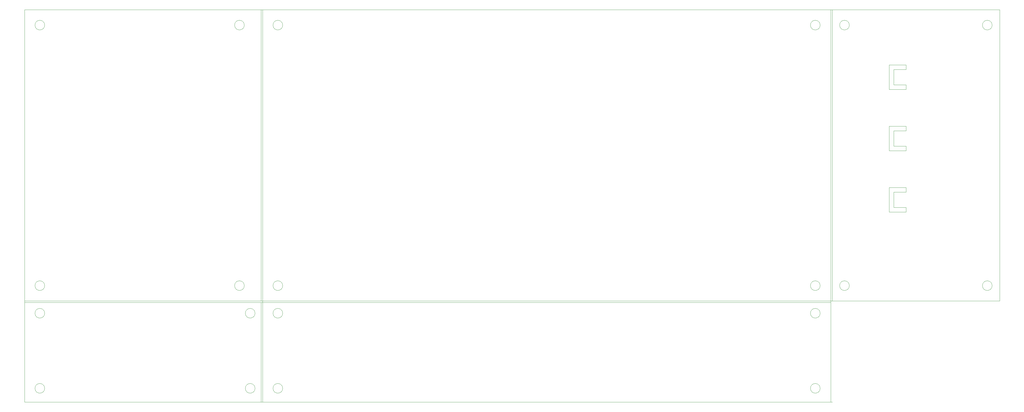
<source format=gbr>
%TF.GenerationSoftware,KiCad,Pcbnew,(5.1.12)-1*%
%TF.CreationDate,2022-04-06T16:59:54+05:30*%
%TF.ProjectId,Diet,44696574-2e6b-4696-9361-645f70636258,rev?*%
%TF.SameCoordinates,Original*%
%TF.FileFunction,Profile,NP*%
%FSLAX46Y46*%
G04 Gerber Fmt 4.6, Leading zero omitted, Abs format (unit mm)*
G04 Created by KiCad (PCBNEW (5.1.12)-1) date 2022-04-06 16:59:54*
%MOMM*%
%LPD*%
G01*
G04 APERTURE LIST*
%TA.AperFunction,Profile*%
%ADD10C,0.050000*%
%TD*%
G04 APERTURE END LIST*
D10*
X-44120000Y-163576000D02*
G75*
G03*
X-44120000Y-163576000I-1600000J0D01*
G01*
X-44120000Y-138684000D02*
G75*
G03*
X-44120000Y-138684000I-1600000J0D01*
G01*
X25476000Y-138684000D02*
G75*
G03*
X25476000Y-138684000I-1600000J0D01*
G01*
X25476000Y-163576000D02*
G75*
G03*
X25476000Y-163576000I-1600000J0D01*
G01*
X27432000Y-53340000D02*
X27432000Y-38100000D01*
X27432000Y-134112000D02*
X27432000Y-53340000D01*
X27432000Y-134620000D02*
X27432000Y-134112000D01*
X27432000Y-135128000D02*
X27432000Y-168148000D01*
X27940000Y-135128000D02*
X-50800000Y-135128000D01*
X216408000Y-168148000D02*
X215900000Y-168148000D01*
X-50800000Y-168148000D02*
X-50800000Y-167640000D01*
X27940000Y-168148000D02*
X-50800000Y-168148000D01*
X-50800000Y-134620000D02*
X-50800000Y-167640000D01*
X21920000Y-43180000D02*
G75*
G03*
X21920000Y-43180000I-1600000J0D01*
G01*
X21920000Y-43180000D02*
G75*
G03*
X21920000Y-43180000I-1600000J0D01*
G01*
X-44120000Y-43180000D02*
G75*
G03*
X-44120000Y-43180000I-1600000J0D01*
G01*
X-44120000Y-43180000D02*
G75*
G03*
X-44120000Y-43180000I-1600000J0D01*
G01*
X-44120000Y-129540000D02*
G75*
G03*
X-44120000Y-129540000I-1600000J0D01*
G01*
X-44120000Y-129540000D02*
G75*
G03*
X-44120000Y-129540000I-1600000J0D01*
G01*
X21920000Y-129540000D02*
G75*
G03*
X21920000Y-129540000I-1600000J0D01*
G01*
X21920000Y-129540000D02*
G75*
G03*
X21920000Y-129540000I-1600000J0D01*
G01*
X-50800000Y-134620000D02*
X27940000Y-134620000D01*
X-50800000Y-38100000D02*
X-50800000Y-134620000D01*
X27940000Y-38100000D02*
X-50800000Y-38100000D01*
X27940000Y-135128000D02*
X27940000Y-134620000D01*
X27940000Y-135128000D02*
X28448000Y-135128000D01*
X216408000Y-134620000D02*
X216408000Y-38100000D01*
X27940000Y-135128000D02*
X215900000Y-135128000D01*
X34620000Y-163576000D02*
G75*
G03*
X34620000Y-163576000I-1600000J0D01*
G01*
X34620000Y-138684000D02*
G75*
G03*
X34620000Y-138684000I-1600000J0D01*
G01*
X212420000Y-163576000D02*
G75*
G03*
X212420000Y-163576000I-1600000J0D01*
G01*
X212420000Y-138684000D02*
G75*
G03*
X212420000Y-138684000I-1600000J0D01*
G01*
X215900000Y-168148000D02*
X215900000Y-134620000D01*
X27940000Y-168148000D02*
X215900000Y-168148000D01*
X27940000Y-134620000D02*
X27940000Y-168148000D01*
X240792000Y-98552000D02*
X240792000Y-97028000D01*
X236728000Y-98552000D02*
X240792000Y-98552000D01*
X236728000Y-103632000D02*
X236728000Y-98552000D01*
X240792000Y-103632000D02*
X236728000Y-103632000D01*
X240792000Y-105156000D02*
X240792000Y-103632000D01*
X235204000Y-105156000D02*
X240792000Y-105156000D01*
X235204000Y-97028000D02*
X235204000Y-105156000D01*
X240792000Y-97028000D02*
X235204000Y-97028000D01*
X240792000Y-78232000D02*
X240792000Y-76708000D01*
X236728000Y-78232000D02*
X240792000Y-78232000D01*
X236728000Y-78740000D02*
X236728000Y-78232000D01*
X236728000Y-83312000D02*
X236728000Y-78740000D01*
X240792000Y-83312000D02*
X236728000Y-83312000D01*
X240792000Y-84836000D02*
X240792000Y-83312000D01*
X235204000Y-84836000D02*
X240792000Y-84836000D01*
X235204000Y-76708000D02*
X235204000Y-84836000D01*
X240792000Y-76708000D02*
X235204000Y-76708000D01*
X236728000Y-57912000D02*
X237236000Y-57912000D01*
X236728000Y-62992000D02*
X236728000Y-57912000D01*
X240792000Y-62992000D02*
X236728000Y-62992000D01*
X240792000Y-64516000D02*
X240792000Y-62992000D01*
X235204000Y-64516000D02*
X240792000Y-64516000D01*
X235204000Y-56388000D02*
X235204000Y-64516000D01*
X240792000Y-56388000D02*
X235204000Y-56388000D01*
X240792000Y-57912000D02*
X240792000Y-56388000D01*
X237236000Y-57912000D02*
X240792000Y-57912000D01*
X269316000Y-43180000D02*
G75*
G03*
X269316000Y-43180000I-1600000J0D01*
G01*
X222072000Y-43180000D02*
G75*
G03*
X222072000Y-43180000I-1600000J0D01*
G01*
X269316000Y-129540000D02*
G75*
G03*
X269316000Y-129540000I-1600000J0D01*
G01*
X222072000Y-129540000D02*
G75*
G03*
X222072000Y-129540000I-1600000J0D01*
G01*
X271780000Y-134620000D02*
X215900000Y-134620000D01*
X271780000Y-38100000D02*
X271780000Y-134620000D01*
X216154000Y-38100000D02*
X271780000Y-38100000D01*
X215900000Y-38100000D02*
X216154000Y-38100000D01*
X215900000Y-134620000D02*
X27940000Y-134620000D01*
X212420000Y-43180000D02*
G75*
G03*
X212420000Y-43180000I-1600000J0D01*
G01*
X34620000Y-43180000D02*
G75*
G03*
X34620000Y-43180000I-1600000J0D01*
G01*
X34620000Y-129540000D02*
G75*
G03*
X34620000Y-129540000I-1600000J0D01*
G01*
X34620000Y-129540000D02*
G75*
G03*
X34620000Y-129540000I-1600000J0D01*
G01*
X212420000Y-129540000D02*
G75*
G03*
X212420000Y-129540000I-1600000J0D01*
G01*
X27940000Y-134620000D02*
X27940000Y-38100000D01*
X215900000Y-38100000D02*
X215900000Y-134620000D01*
X27940000Y-38100000D02*
X215900000Y-38100000D01*
M02*

</source>
